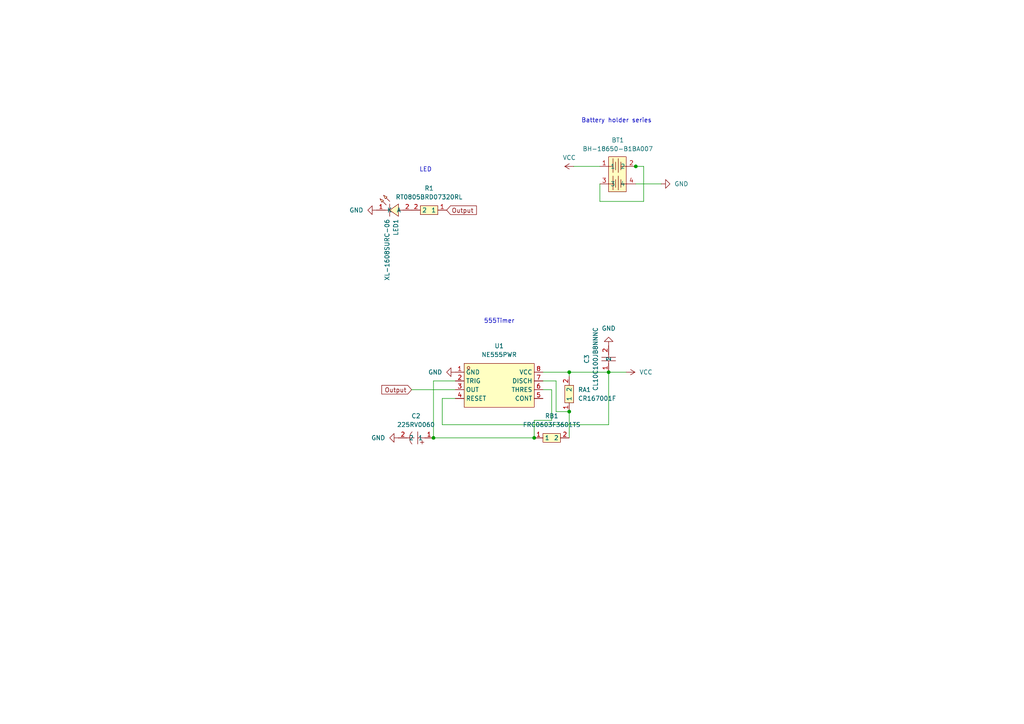
<source format=kicad_sch>
(kicad_sch (version 20250114) (generator "eeschema") (generator_version "9.0")
  (paper "A4")
  (lib_symbols
    (symbol "easyeda2kicad:225RV0060"
      (property "Reference" "C" (at 0 5.08 0))
      (property "Value" "225RV0060" (at 0 -5.08 0))
      (symbol "225RV0060_0_1"
        (polyline (pts (xy -2.54 0) (xy -0.51 0)))
        (polyline (pts (xy -2.29 1.27) (xy -1.27 1.27)))
        (polyline (pts (xy -1.78 1.78) (xy -1.78 0.76)))
        (arc (start 1.15 1.79) (mid 1.8578 0.0159) (end 1.13 -1.75))
        (polyline (pts (xy -0.51 1.78) (xy -0.51 -1.78)))
        (polyline (pts (xy 0.51 0) (xy 2.54 0)))
        (pin input line (at -5.08 0 0) (length 2.54) (name "1") (number "1"))
        (pin input line (at 5.08 0 180) (length 2.54) (name "2") (number "2"))
      )
    )
    (symbol "easyeda2kicad:BH-18650-B1BA007"
      (property "Reference" "BT" (at 0 7.62 0))
      (property "Value" "BH-18650-B1BA007" (at 0 -7.62 0))
      (symbol "BH-18650-B1BA007_0_1"
        (polyline (pts (xy -2.54 2.54) (xy -1.27 2.54)))
        (polyline (pts (xy -2.54 -2.54) (xy -1.27 -2.54)))
        (polyline (pts (xy -2.54 -3.56) (xy -2.54 5.33) (xy 2.54 5.33) (xy 2.54 -3.56) (xy 2.54 -4.83) (xy -2.54 -4.83) (xy -2.54 -3.56) (xy -2.54 -3.56)) (fill (type background)))
        (polyline (pts (xy -1.27 4.83) (xy -1.27 0.76)))
        (polyline (pts (xy -1.27 -0.25) (xy -1.27 -4.32)))
        (polyline (pts (xy -0.51 3.81) (xy -0.51 1.52)))
        (polyline (pts (xy -0.51 -1.27) (xy -0.51 -3.56)))
        (polyline (pts (xy 0.25 4.83) (xy 0.25 0.76)))
        (polyline (pts (xy 0.25 -0.25) (xy 0.25 -4.32)))
        (polyline (pts (xy 1.02 3.81) (xy 1.02 1.52)))
        (polyline (pts (xy 1.02 -1.27) (xy 1.02 -3.56)))
        (polyline (pts (xy 2.79 2.54) (xy 1.02 2.54)))
        (polyline (pts (xy 2.79 -2.54) (xy 1.02 -2.54)))
        (pin input line (at -5.08 2.54 0) (length 2.54) (name "1") (number "1"))
        (pin input line (at -5.08 -2.54 0) (length 2.54) (name "3") (number "3"))
        (pin input line (at 5.33 2.54 180) (length 2.54) (name "2") (number "2"))
        (pin input line (at 5.33 -2.54 180) (length 2.54) (name "4") (number "4"))
      )
    )
    (symbol "easyeda2kicad:CL10C100JB8NNNC"
      (property "Reference" "C" (at 0 5.08 0))
      (property "Value" "CL10C100JB8NNNC" (at 0 -5.08 0))
      (symbol "CL10C100JB8NNNC_0_1"
        (polyline (pts (xy -1.27 0) (xy -0.51 0)))
        (polyline (pts (xy -0.51 2.03) (xy -0.51 -2.03)))
        (polyline (pts (xy 0.51 2.03) (xy 0.51 -2.03)))
        (polyline (pts (xy 0.51 0) (xy 1.27 0)))
        (pin input line (at -3.81 0 0) (length 2.54) (name "1") (number "1"))
        (pin input line (at 3.81 0 180) (length 2.54) (name "2") (number "2"))
      )
    )
    (symbol "easyeda2kicad:CR167001F"
      (property "Reference" "R" (at 0 5.08 0))
      (property "Value" "CR167001F" (at 0 -5.08 0))
      (symbol "CR167001F_0_1"
        (rectangle (start -2.54 1.27) (end 2.54 -1.27) (fill (type background)))
        (pin unspecified line (at -5.08 0 0) (length 2.54) (name "1") (number "1"))
        (pin unspecified line (at 5.08 0 180) (length 2.54) (name "2") (number "2"))
      )
    )
    (symbol "easyeda2kicad:FRC0603F3601TS"
      (property "Reference" "R" (at 0 5.08 0))
      (property "Value" "FRC0603F3601TS" (at 0 -5.08 0))
      (symbol "FRC0603F3601TS_0_1"
        (rectangle (start -2.54 1.27) (end 2.54 -1.27) (fill (type background)))
        (pin unspecified line (at -5.08 0 0) (length 2.54) (name "1") (number "1"))
        (pin unspecified line (at 5.08 0 180) (length 2.54) (name "2") (number "2"))
      )
    )
    (symbol "easyeda2kicad:NE555PWR"
      (property "Reference" "U" (at 0 8.89 0))
      (property "Value" "NE555PWR" (at 0 -8.89 0))
      (symbol "NE555PWR_0_1"
        (rectangle (start -10.16 6.35) (end 10.16 -6.35) (fill (type background)))
        (circle (center -8.89 5.08) (radius 0.38))
        (pin unspecified line (at -12.7 3.81 0) (length 2.54) (name "GND") (number "1"))
        (pin unspecified line (at -12.7 1.27 0) (length 2.54) (name "TRIG") (number "2"))
        (pin unspecified line (at -12.7 -1.27 0) (length 2.54) (name "OUT") (number "3"))
        (pin unspecified line (at -12.7 -3.81 0) (length 2.54) (name "RESET") (number "4"))
        (pin unspecified line (at 12.7 3.81 180) (length 2.54) (name "VCC") (number "8"))
        (pin unspecified line (at 12.7 1.27 180) (length 2.54) (name "DISCH") (number "7"))
        (pin unspecified line (at 12.7 -1.27 180) (length 2.54) (name "THRES") (number "6"))
        (pin unspecified line (at 12.7 -3.81 180) (length 2.54) (name "CONT") (number "5"))
      )
    )
    (symbol "easyeda2kicad:RT0805BRD07320RL"
      (property "Reference" "R" (at 0 5.08 0))
      (property "Value" "RT0805BRD07320RL" (at 0 -5.08 0))
      (symbol "RT0805BRD07320RL_0_1"
        (rectangle (start -2.54 1.27) (end 2.54 -1.27) (fill (type background)))
        (pin unspecified line (at -5.08 0 0) (length 2.54) (name "1") (number "1"))
        (pin unspecified line (at 5.08 0 180) (length 2.54) (name "2") (number "2"))
      )
    )
    (symbol "easyeda2kicad:XL-1608SURC-06"
      (property "Reference" "LED" (at 0 5.08 0))
      (property "Value" "XL-1608SURC-06" (at 0 -5.08 0))
      (symbol "XL-1608SURC-06_0_1"
        (polyline (pts (xy -4.06 3.3) (xy -3.05 2.79) (xy -3.56 2.29) (xy -4.06 3.3)) (fill (type background)))
        (polyline (pts (xy -3.05 4.32) (xy -2.03 3.81) (xy -2.54 3.3) (xy -3.05 4.32)) (fill (type background)))
        (polyline (pts (xy -2.29 1.52) (xy -3.3 2.54) (xy -2.29 1.52)) (fill (type background)))
        (polyline (pts (xy -1.27 2.54) (xy -2.29 3.56) (xy -1.27 2.54)) (fill (type background)))
        (polyline (pts (xy -1.27 1.78) (xy -1.27 -1.78)))
        (polyline (pts (xy -1.27 0) (xy -2.54 0)))
        (polyline (pts (xy 1.27 1.78) (xy -1.27 0) (xy 1.27 -1.78) (xy 1.27 1.78)) (fill (type background)))
        (polyline (pts (xy 2.54 0) (xy 1.27 0)))
        (pin unspecified line (at -5.08 0 0) (length 2.54) (name "K") (number "1"))
        (pin unspecified line (at 5.08 0 180) (length 2.54) (name "A") (number "2"))
      )
    )
    (symbol "power:GND" (power) (pin_numbers (hide yes)) (pin_names (offset 0) (hide yes))
      (property "Value" "GND" (at 0 -3.81 0))
      (symbol "GND_0_1"
        (polyline (pts (xy 0 0) (xy 0 -1.27) (xy 1.27 -1.27) (xy 0 -2.54) (xy -1.27 -1.27) (xy 0 -1.27)))
      )
      (symbol "GND_1_1"
        (pin power_in line (at 0 0 270) (length 0) (name "~") (number "1"))
      )
    )
    (symbol "power:VCC" (power) (pin_numbers (hide yes)) (pin_names (offset 0) (hide yes))
      (property "Value" "VCC" (at 0 3.556 0))
      (symbol "VCC_0_1"
        (polyline (pts (xy -0.762 1.27) (xy 0 2.54)))
        (polyline (pts (xy 0 2.54) (xy 0.762 1.27)))
        (polyline (pts (xy 0 0) (xy 0 2.54)))
      )
      (symbol "VCC_1_1"
        (pin power_in line (at 0 0 90) (length 0) (name "~") (number "1"))
      )
    )
  )
  (text "LED" (at 123.444 49.276 0) (effects (font (size 1.27 1.27))))
  (text "Battery holder series" (at 178.816 35.052 0) (effects (font (size 1.27 1.27))))
  (text "555Timer " (at 145.288 93.218 0) (effects (font (size 1.27 1.27))))
  (junction (at 165.1 107.95))
  (junction (at 176.53 107.95))
  (junction (at 165.1 119.38))
  (junction (at 184.4 48.26))
  (junction (at 125.73 127))
  (junction (at 154.94 127))
  (wire (pts (xy 154.94 127) (xy 125.73 127)))
  (wire (pts (xy 161.29 110.49) (xy 161.29 119.38)))
  (wire (pts (xy 166.37 48.26) (xy 173.99 48.26)))
  (wire (pts (xy 165.1 107.95) (xy 176.53 107.95)))
  (wire (pts (xy 176.53 123.19) (xy 128.27 123.19)))
  (wire (pts (xy 157.48 107.95) (xy 165.1 107.95)))
  (wire (pts (xy 165.1 119.38) (xy 165.1 127)))
  (wire (pts (xy 176.53 107.95) (xy 176.53 123.19)))
  (wire (pts (xy 160.02 113.03) (xy 160.02 121.92)))
  (wire (pts (xy 184.4 53.34) (xy 191.77 53.34)))
  (wire (pts (xy 154.94 121.92) (xy 154.94 127)))
  (wire (pts (xy 165.1 107.95) (xy 165.1 109.22)))
  (wire (pts (xy 176.53 107.95) (xy 181.61 107.95)))
  (wire (pts (xy 186.69 58.42) (xy 186.69 48.26)))
  (wire (pts (xy 184.4 48.26) (xy 186.69 48.26)))
  (wire (pts (xy 173.99 58.42) (xy 186.69 58.42)))
  (wire (pts (xy 128.27 115.57) (xy 132.08 115.57)))
  (wire (pts (xy 157.48 110.49) (xy 161.29 110.49)))
  (wire (pts (xy 173.99 53.34) (xy 173.99 58.42)))
  (wire (pts (xy 125.73 110.49) (xy 132.08 110.49)))
  (wire (pts (xy 119.38 113.03) (xy 132.08 113.03)))
  (wire (pts (xy 184.15 48.26) (xy 184.4 48.26)))
  (wire (pts (xy 161.29 119.38) (xy 165.1 119.38)))
  (wire (pts (xy 160.02 121.92) (xy 154.94 121.92)))
  (wire (pts (xy 157.48 113.03) (xy 160.02 113.03)))
  (wire (pts (xy 125.73 127) (xy 125.73 110.49)))
  (wire (pts (xy 128.27 123.19) (xy 128.27 115.57)))
  (global_label "Output" (shape input) (at 129.54 60.96 0) (property "Intersheetrefs" "${INTERSHEET_REFS}" (effects (hide yes))))
  (global_label "Output" (shape input) (at 119.38 113.03 180) (property "Intersheetrefs" "${INTERSHEET_REFS}" (effects (hide yes))))
  (symbol (lib_id "easyeda2kicad:XL-1608SURC-06") (at 114.3 60.96 0) (unit 1)
    (property "Reference" "LED1" (at 114.8101 63.5 90) (effects (justify right)))
    (property "Value" "XL-1608SURC-06" (at 112.2701 63.5 90) (effects (justify right)))
    (property "Footprint" "easyeda2kicad:LED0603-RD_RED" (effects (hide yes)))
    (property "LCSC Part" "C965799" (effects (hide yes)))
  )
  (symbol (lib_id "power:VCC") (at 166.37 48.26 90) (unit 1)
    (property "Reference" "#PWR08" (effects (hide yes)))
    (property "Value" "VCC" (at 165.1 45.72 90))
    (property "Description" "Power symbol creates a global label with name \"VCC\"" (effects (hide yes)))
  )
  (symbol (lib_id "easyeda2kicad:CL10C100JB8NNNC") (at 176.53 104.14 90) (unit 1)
    (property "Reference" "C3" (at 170.18 104.14 0))
    (property "Value" "CL10C100JB8NNNC" (at 172.72 104.14 0))
    (property "Footprint" "easyeda2kicad:C0603" (effects (hide yes)))
    (property "Datasheet" "https://lcsc.com/product-detail/Multilayer-Ceramic-Capacitors-MLCC-SMD-SMT_SAMSUNG_CL10C100JB8NNNC_10pF-100-5-50V_C1634.html" (effects (hide yes)))
    (property "LCSC Part" "C1634" (effects (hide yes)))
  )
  (symbol (lib_id "power:GND") (at 191.77 53.34 90) (unit 1)
    (property "Reference" "#PWR07" (effects (hide yes)))
    (property "Value" "GND" (at 195.58 53.3399 90) (effects (justify right)))
    (property "Description" "Power symbol creates a global label with name \"GND\" , ground" (effects (hide yes)))
  )
  (symbol (lib_id "easyeda2kicad:BH-18650-B1BA007") (at 179.07 50.8 0) (unit 1)
    (property "Reference" "BT1" (at 179.195 40.64 0))
    (property "Value" "BH-18650-B1BA007" (at 179.195 43.18 0))
    (property "Footprint" "easyeda2kicad:BAT-SMD_BH-18650-B1BA007" (effects (hide yes)))
    (property "LCSC Part" "C6937126" (effects (hide yes)))
  )
  (symbol (lib_id "power:VCC") (at 181.61 107.95 270) (unit 1)
    (property "Reference" "#PWR02" (effects (hide yes)))
    (property "Value" "VCC" (at 185.42 107.9499 90) (effects (justify left)))
    (property "Description" "Power symbol creates a global label with name \"VCC\"" (effects (hide yes)))
  )
  (symbol (lib_id "easyeda2kicad:225RV0060") (at 120.65 127 180) (unit 1)
    (property "Reference" "C2" (at 120.65 120.65 0))
    (property "Value" "225RV0060" (at 120.65 123.19 0))
    (property "Footprint" "easyeda2kicad:CAP-SMD_BD4.0-L4.3-W4.3-LS5.0-FD" (effects (hide yes)))
    (property "LCSC Part" "C46682882" (effects (hide yes)))
  )
  (symbol (lib_id "easyeda2kicad:CR167001F") (at 165.1 114.3 90) (unit 1)
    (property "Reference" "RA1" (at 167.64 113.0299 90) (effects (justify right)))
    (property "Value" "CR167001F" (at 167.64 115.5699 90) (effects (justify right)))
    (property "Footprint" "easyeda2kicad:R0603" (effects (hide yes)))
    (property "LCSC Part" "C4151218" (effects (hide yes)))
  )
  (symbol (lib_id "easyeda2kicad:RT0805BRD07320RL") (at 124.46 60.96 180) (unit 1)
    (property "Reference" "R1" (at 124.46 54.61 0))
    (property "Value" "RT0805BRD07320RL" (at 124.46 57.15 0))
    (property "Footprint" "easyeda2kicad:R0805" (effects (hide yes)))
    (property "LCSC Part" "C865402" (effects (hide yes)))
  )
  (symbol (lib_id "easyeda2kicad:NE555PWR") (at 144.78 111.76 0) (unit 1)
    (property "Reference" "U1" (at 144.78 100.33 0))
    (property "Value" "NE555PWR" (at 144.78 102.87 0))
    (property "Footprint" "easyeda2kicad:TSSOP-8_L4.4-W3.0-P0.65-LS6.4-BL" (effects (hide yes)))
    (property "Datasheet" "https://lcsc.com/product-detail/Timer_TI_NE555PWR_NE555PWR_C105643.html" (effects (hide yes)))
    (property "LCSC Part" "C105643" (effects (hide yes)))
  )
  (symbol (lib_id "power:GND") (at 109.22 60.96 270) (unit 1)
    (property "Reference" "#PWR05" (effects (hide yes)))
    (property "Value" "GND" (at 105.41 60.9599 90) (effects (justify right)))
    (property "Description" "Power symbol creates a global label with name \"GND\" , ground" (effects (hide yes)))
  )
  (symbol (lib_id "power:GND") (at 176.53 100.33 180) (unit 1)
    (property "Reference" "#PWR03" (effects (hide yes)))
    (property "Value" "GND" (at 176.53 95.25 0))
    (property "Description" "Power symbol creates a global label with name \"GND\" , ground" (effects (hide yes)))
  )
  (symbol (lib_id "power:GND") (at 132.08 107.95 270) (unit 1)
    (property "Reference" "#PWR01" (effects (hide yes)))
    (property "Value" "GND" (at 128.27 107.9499 90) (effects (justify right)))
    (property "Description" "Power symbol creates a global label with name \"GND\" , ground" (effects (hide yes)))
  )
  (symbol (lib_id "easyeda2kicad:FRC0603F3601TS") (at 160.02 127 0) (unit 1)
    (property "Reference" "RB1" (at 160.02 120.65 0))
    (property "Value" "FRC0603F3601TS" (at 160.02 123.19 0))
    (property "Footprint" "easyeda2kicad:R0603" (effects (hide yes)))
    (property "LCSC Part" "C2933208" (effects (hide yes)))
  )
  (symbol (lib_id "power:GND") (at 115.57 127 270) (unit 1)
    (property "Reference" "#PWR04" (effects (hide yes)))
    (property "Value" "GND" (at 111.76 126.9999 90) (effects (justify right)))
    (property "Description" "Power symbol creates a global label with name \"GND\" , ground" (effects (hide yes)))
  )
)
</source>
